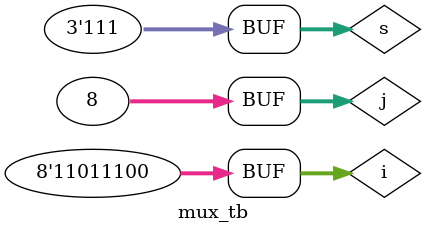
<source format=v>
module mux(i,s,d);
input [7:0]i;
input [2:0]s;
output d;
reg d;
always @(s)
begin
case(s)
3'b000: d=i[0];
3'b001: d=i[1];
3'b010: d=i[2];
3'b011: d=i[3];
3'b100: d=i[4];
3'b101: d=i[5];
3'b110: d=i[6];
3'b111: d=i[7];
default d=1'bz;
endcase 
end
endmodule

module mux_tb;
wire d;
reg [7:0]i;
reg [2:0]s;
assign i=8'b11011100;
mux m1(i,s,d);
integer j;
initial
begin
for(j=0;j<8;j=j+1)
begin
#2{s}=j;
end
end
endmodule


</source>
